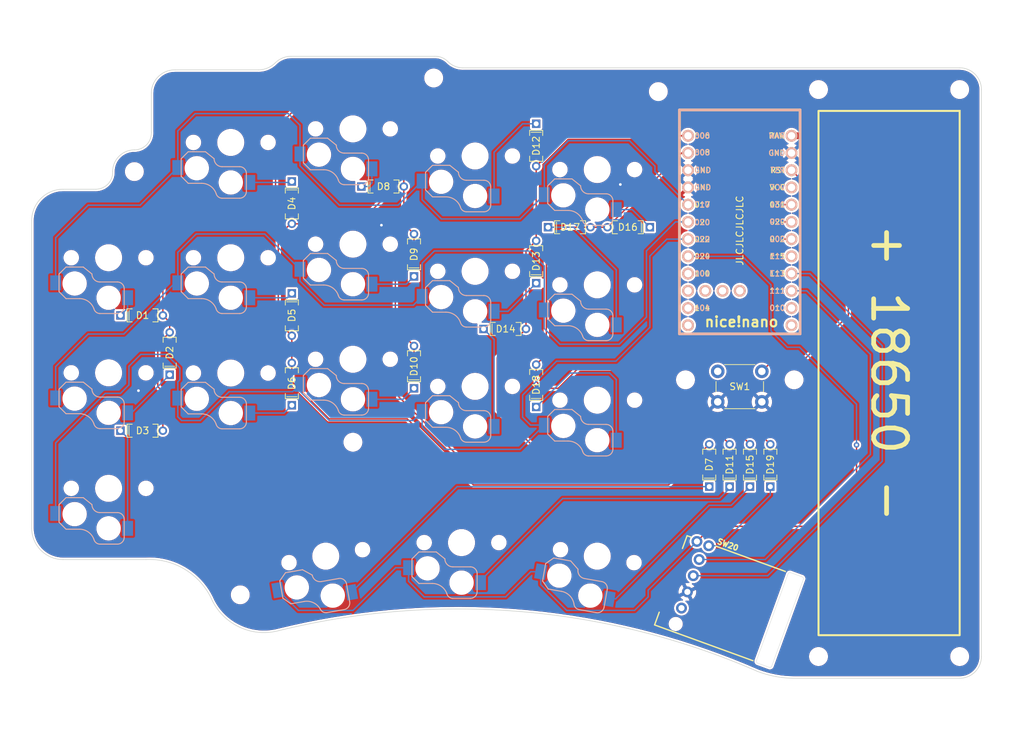
<source format=kicad_pcb>
(kicad_pcb (version 20211014) (generator pcbnew)

  (general
    (thickness 1.6)
  )

  (paper "A4")
  (layers
    (0 "F.Cu" signal)
    (31 "B.Cu" signal)
    (32 "B.Adhes" user "B.Adhesive")
    (33 "F.Adhes" user "F.Adhesive")
    (34 "B.Paste" user)
    (35 "F.Paste" user)
    (36 "B.SilkS" user "B.Silkscreen")
    (37 "F.SilkS" user "F.Silkscreen")
    (38 "B.Mask" user)
    (39 "F.Mask" user)
    (40 "Dwgs.User" user "User.Drawings")
    (41 "Cmts.User" user "User.Comments")
    (42 "Eco1.User" user "User.Eco1")
    (43 "Eco2.User" user "User.Eco2")
    (44 "Edge.Cuts" user)
    (45 "Margin" user)
    (46 "B.CrtYd" user "B.Courtyard")
    (47 "F.CrtYd" user "F.Courtyard")
    (48 "B.Fab" user)
    (49 "F.Fab" user)
    (50 "User.1" user)
    (51 "User.2" user)
    (52 "User.3" user)
    (53 "User.4" user)
    (54 "User.5" user)
    (55 "User.6" user)
    (56 "User.7" user)
    (57 "User.8" user)
    (58 "User.9" user)
  )

  (setup
    (stackup
      (layer "F.SilkS" (type "Top Silk Screen"))
      (layer "F.Paste" (type "Top Solder Paste"))
      (layer "F.Mask" (type "Top Solder Mask") (thickness 0.01))
      (layer "F.Cu" (type "copper") (thickness 0.035))
      (layer "dielectric 1" (type "core") (thickness 1.51) (material "FR4") (epsilon_r 4.5) (loss_tangent 0.02))
      (layer "B.Cu" (type "copper") (thickness 0.035))
      (layer "B.Mask" (type "Bottom Solder Mask") (thickness 0.01))
      (layer "B.Paste" (type "Bottom Solder Paste"))
      (layer "B.SilkS" (type "Bottom Silk Screen"))
      (copper_finish "None")
      (dielectric_constraints no)
    )
    (pad_to_mask_clearance 0)
    (pcbplotparams
      (layerselection 0x00010fc_ffffffff)
      (disableapertmacros false)
      (usegerberextensions false)
      (usegerberattributes true)
      (usegerberadvancedattributes true)
      (creategerberjobfile true)
      (svguseinch false)
      (svgprecision 6)
      (excludeedgelayer true)
      (plotframeref false)
      (viasonmask false)
      (mode 1)
      (useauxorigin false)
      (hpglpennumber 1)
      (hpglpenspeed 20)
      (hpglpendiameter 15.000000)
      (dxfpolygonmode true)
      (dxfimperialunits true)
      (dxfusepcbnewfont true)
      (psnegative false)
      (psa4output false)
      (plotreference true)
      (plotvalue true)
      (plotinvisibletext false)
      (sketchpadsonfab false)
      (subtractmaskfromsilk false)
      (outputformat 1)
      (mirror false)
      (drillshape 1)
      (scaleselection 1)
      (outputdirectory "")
    )
  )

  (net 0 "")
  (net 1 "Net-(BT1-Pad1)")
  (net 2 "GND")
  (net 3 "Net-(D1-Pad1)")
  (net 4 "C_PINKY")
  (net 5 "Net-(D2-Pad1)")
  (net 6 "Net-(D3-Pad1)")
  (net 7 "Net-(D4-Pad1)")
  (net 8 "C_RING")
  (net 9 "Net-(D5-Pad1)")
  (net 10 "Net-(D6-Pad1)")
  (net 11 "Net-(D7-Pad1)")
  (net 12 "Net-(D8-Pad1)")
  (net 13 "C_MIDDLE")
  (net 14 "Net-(D9-Pad1)")
  (net 15 "Net-(D10-Pad1)")
  (net 16 "Net-(D11-Pad1)")
  (net 17 "Net-(D12-Pad1)")
  (net 18 "C_INDEX")
  (net 19 "Net-(D13-Pad1)")
  (net 20 "Net-(D14-Pad1)")
  (net 21 "Net-(D15-Pad1)")
  (net 22 "Net-(D16-Pad1)")
  (net 23 "C_INNER")
  (net 24 "Net-(D17-Pad1)")
  (net 25 "Net-(D18-Pad1)")
  (net 26 "/RS2")
  (net 27 "/RST")
  (net 28 "R_TOP")
  (net 29 "R_HOME")
  (net 30 "/RA")
  (net 31 "/RB")
  (net 32 "unconnected-(U1-Pad33)")
  (net 33 "unconnected-(U1-Pad32)")
  (net 34 "unconnected-(U1-Pad31)")
  (net 35 "unconnected-(U1-Pad12)")
  (net 36 "VCC")
  (net 37 "unconnected-(U1-Pad14)")
  (net 38 "unconnected-(U1-Pad13)")
  (net 39 "unconnected-(U1-Pad11)")
  (net 40 "unconnected-(U1-Pad10)")
  (net 41 "R_BOTTOM")
  (net 42 "R_THUMB")
  (net 43 "unconnected-(U1-Pad9)")
  (net 44 "unconnected-(U1-Pad17)")

  (footprint "mbk:Choc-1u" (layer "F.Cu") (at 208 75))

  (footprint "MountingHole:MountingHole_2.2mm_M2" (layer "F.Cu") (at 183.9 61.5))

  (footprint "MountingHole:MountingHole_2.2mm_M2" (layer "F.Cu") (at 221 106))

  (footprint "mbk:Choc-1u" (layer "F.Cu") (at 188 130))

  (footprint "MountingHole:MountingHole_2.2mm_M2" (layer "F.Cu") (at 261.4 63.2))

  (footprint "MountingHole:MountingHole_2.2mm_M2" (layer "F.Cu") (at 155.4 137.7))

  (footprint "MountingHole:MountingHole_2.2mm_M2" (layer "F.Cu") (at 240.6 63.2))

  (footprint "mbk:Choc-1u" (layer "F.Cu") (at 172 69))

  (footprint "xenua:BatteryHolder_18650_SMD" (layer "F.Cu") (at 251 105 -90))

  (footprint "Button_Switch_THT:SW_PUSH_6mm" (layer "F.Cu") (at 225.75 104.75))

  (footprint "mbk:Choc-1u" (layer "F.Cu") (at 208 132 -10))

  (footprint "nice-nano:nice_nano" (layer "F.Cu") (at 229 83.98675 -90))

  (footprint "1N4148:DIOAD829W49L456D191" (layer "F.Cu") (at 181 104 90))

  (footprint "MountingHole:MountingHole_2.2mm_M2" (layer "F.Cu") (at 139.8 75.3))

  (footprint "xenua:EVQWGD001" (layer "F.Cu") (at 227 138 -20))

  (footprint "mbk:Choc-1u" (layer "F.Cu") (at 136 104.9695))

  (footprint "1N4148:DIOAD829W49L456D191" (layer "F.Cu") (at 233.5 118.5 90))

  (footprint "MountingHole:MountingHole_2.2mm_M2" (layer "F.Cu") (at 237 106))

  (footprint "1N4148:DIOAD829W49L456D191" (layer "F.Cu") (at 224.5 118.5 90))

  (footprint "1N4148:DIOAD829W49L456D191" (layer "F.Cu") (at 181 87.5 90))

  (footprint "1N4148:DIOAD829W49L456D191" (layer "F.Cu") (at 212.5 83.5 180))

  (footprint "mbk:Choc-1u" (layer "F.Cu") (at 190 90))

  (footprint "1N4148:DIOAD829W49L456D191" (layer "F.Cu") (at 176.5 77.5))

  (footprint "mbk:Choc-1u" (layer "F.Cu") (at 190 73))

  (footprint "1N4148:DIOAD829W49L456D191" (layer "F.Cu") (at 199 88.5 90))

  (footprint "1N4148:DIOAD829W49L456D191" (layer "F.Cu") (at 199 106.75 90))

  (footprint "MountingHole:MountingHole_2.2mm_M2" (layer "F.Cu") (at 217 63.5))

  (footprint "mbk:Choc-1u" (layer "F.Cu") (at 208 109))

  (footprint "1N4148:DIOAD829W49L456D191" (layer "F.Cu") (at 163 96.5 -90))

  (footprint "mbk:Choc-1u" (layer "F.Cu") (at 172 86))

  (footprint "MountingHole:MountingHole_2.2mm_M2" (layer "F.Cu") (at 240.6 146.8))

  (footprint "mbk:Choc-1u" (layer "F.Cu") (at 154 88))

  (footprint "mbk:Choc-1u" (layer "F.Cu") (at 154 105))

  (footprint "1N4148:DIOAD829W49L456D191" (layer "F.Cu") (at 199 71.5 -90))

  (footprint "1N4148:DIOAD829W49L456D191" (layer "F.Cu") (at 194.5 98.5))

  (footprint "MountingHole:MountingHole_2.2mm_M2" (layer "F.Cu") (at 172 115.2))

  (footprint "1N4148:DIOAD829W49L456D191" (layer "F.Cu") (at 141 113.5))

  (footprint "mbk:Choc-1u" (layer "F.Cu") (at 190 106.9695))

  (footprint "MountingHole:MountingHole_2.2mm_M2" (layer "F.Cu") (at 261.4 146.8))

  (footprint "mbk:Choc-1u" (layer "F.Cu") (at 172 102.9695))

  (footprint "1N4148:DIOAD829W49L456D191" (layer "F.Cu") (at 163 106.5 90))

  (footprint "1N4148:DIOAD829W49L456D191" (layer "F.Cu")
    (tedit 6235BD20) (tstamp d3443342-782f-4ad3-b1f2-175c6fa672dd)
    (at 163 80 -90)
    (property "Sheetfile" "left.kicad_sch")
    (property "Sheetname" "")
    (path "/76a7ccd6-7ddf-4a67-b992-18df31027a23")
    (attr through_hole)
    (fp_text reference "D4" (at 0 0 90) (layer "F.SilkS")
      (effects (font (size 1.000102 1.000102) (thickness 0.15)))
      (tstamp f3b73a2b-d39a-4673-b66c-1b2f8821b605)
    )
    (fp_text value "D_Small" (at 0 2 90) (layer "F.Fab")
      (effects (font (size 1.001921 1.001921) (thickness 0.15)))
      (tstamp 40b7a111-04f7-4edb-8078-1aaa51ac93a5)
    )
    (fp_line (start 1.52 -0.96) (end 2.28 -0.96) (layer "F.SilkS") (width 0.127) (tstamp 02eb61f2-0968-4fe1-ab20-f3ff93511623))
    (fp_line (start -2.28 -0.96) (end -1.52 -0.96) (layer "F.SilkS") (width 0.127) (tstamp 0510ea35-38a4-4bf4-812e-8ff79283151c))
    (fp_line (start -2 -0.75) (end -2 0.75) (layer "F.SilkS") (width 0.12) (tstamp 054cd47d-0539-4925-abeb-2f09e5bb30d2))
    (fp_line (start -2.28 -0.96) (end -2.28 0) (layer "F.SilkS") (width 0.127) (tstamp 2eed695b-a146-4638-8396-6953b78005b9))
    (fp_line (start -2.28 0) (end -2.28 0.95) (layer "F.SilkS") (width 0.127) (tstamp 534070e7-eddb-4d6a-9018-e05cd2855aa5))
    (fp_line (start -2.28 0.96) (end -1.52 0.96) (layer "F.SilkS") (width 0.127) (tstamp 7be0b7e7-da47-473a-8636-a6bf10b96ffd))
    (fp_line (start 2.28 -0.95) (end 2.28 0) (layer "F.SilkS") (width 0.127) (tstamp 98f53ab5-d088-4312-9100-6c7b4ad5831b))
    (fp_line (start 1.52 0.96) (end 2.28 0.96) (layer "F.SilkS") (width 0.127) (tstamp b0fc7176-1aa2-4cfd-a5ef-ddd7b1888bac))
    (fp_line (start 2.28 0) (end 2.28 0.96) (layer "F.SilkS") (width 0.127) (tstamp c615c6fb-1a93-4fa7-be83-1b138ae54ff0))
    (fp_line (start -2.53 1) (end -2.53 0.815) (layer "F.CrtYd") (width 0.05) (tstamp 2a21615e-ba6e-43ef-9e2c-5dd4d3d13df9))
    (fp_line (start 3.75 -0.815) (end 2.53 -0.815) (layer "F.CrtYd") (width 0.05) (tstamp 2f22e18e-7785-42c4-ac7b-063abb3289e0))
    (fp_line (start -4 -0.815) (end -4 0.815) (layer "F.CrtYd") (width 0.05) (tstamp 4cb6b90c-b21e-49bd-a518-fbdb3422d587))
    (fp_line (start 3.75 -0.815) (end 3.75 0.815) (layer "F.CrtYd") (width 0.05) (tstamp 537524b8-89a0-40cb-a675-5785410f969c))
    (fp_line (start 2.53 1) (end 2.53 0.815) (layer "F.CrtYd") (width 0.05) (tstamp 678a1157-dd62-461f-b774-b5e12cf256a1))
    (fp_line (start -2.53 0.815) (end -4 0.815) (layer "F.CrtYd") (width 0.05) (tstamp 992aadf3-c5af-4561-a2c5-b952b67ffbeb))
    (fp_line (start 2.53 1) (end -2.53 1) (layer "F.CrtYd") (width 0.05) (tstamp a0542a7c-df2c-4f38-9d99-4236a4bdf4e8))
    (fp_line (start 3.75 0.815) (end 2.53 0.815) (layer "F.CrtYd") (width 0.05) (tstamp a3e17e76-e183-4079-9f1c-924708b71ab4))
    (fp_line (start -2.53 -1) (end -2.53 -0.815) (layer "F.CrtYd") (width 0.05) (tstamp a7469818-5141-40d8-997c-0ae529ca0bf3))
    (fp_line (start 2.53 -1) (end 2.53 -0.815) (layer "F.CrtYd") (width 0.05) (tstamp be6badda-b106-4d54-b601-41d9f23872c6))
    (fp_line (start -2.53 -0.815) (end -4 -0.815) (layer "F.CrtYd") (width 0.05) (tstamp e764d2f2-c839-4349-b133-00625035551b))
    (fp_line (start -2.53 -1) (end 2.53 -1) (layer "F.CrtYd") (width 0.05) (tstamp e8051c16-e942-4e81-93f3-9f2b64f2103e))
    (fp_line (start -2 -0.75) (end -2 0.75) (layer "F.Fab") (width 0.1) (tstamp 23e5627f-969d-476c-8ffa-78a566b0de5c))
    (fp_line (start -2.28 -0.96) (end -2.28 0) (layer "F.Fab") (width 0.127) (tstamp 27fd336f-6859-4876-aabb-42dc905a4a7f))
    (fp_line (start 2.28 -0.96) (end 2.28 0) (layer "F.Fab") (width 0.127) (tstamp 34529b1a-82b3-4889-96bb-b2f739b07fc1))
    (fp_line (start 2.28 0) (end 3.581 0) (layer "F.Fab") (width 0.127) (tstamp 682e41c9-f94a-4f37-a3e4-92ea40c214fa))
    (fp_line (start -3.581 0) (end -2.28 0) (layer "F.Fab") (width 0.127) (tstamp 792e5485-2b93-4d96-b68c-9cca0a70a857))
    (fp_line (start -2.28 0) (end -2.28 0.96) (layer "F.Fab") (width 0.127) (tstamp 8adf94f3-61cf-4c36-aeaa-0745c913a4d9))
    (fp_line (start -2.28 0.96) (end 2.28 0.96) (layer "F.Fab") (width 0.127) (tstamp 9d3377f8-1638-4add-a36e-84df4591b5fc))
  
... [1514804 chars truncated]
</source>
